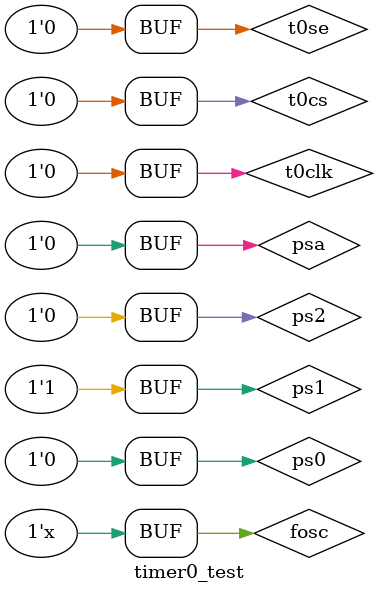
<source format=v>
`timescale 1ns / 1ps


module timer0_test;

	// Inputs
	reg ps2;
	reg ps1;
	reg ps0;
	reg psa;
	reg t0cs;
	reg t0se;
	reg t0clk;
	reg fosc;

	// Outputs
	wire [7:0] tmr0;
	wire overflow;

	// Instantiate the Unit Under Test (UUT)
	timer0 uut (
		.ps2(ps2), 
		.ps1(ps1), 
		.ps0(ps0), 
		.psa(psa), 
		.t0cs(t0cs), 
		.t0se(t0se), 
		.t0clk(t0clk), 
		.fosc(fosc), 
		.tmr0(tmr0), 
		.overflow(overflow)
	);

	initial begin
		// Initialize Inputs
		ps2 = 0;
		ps1 = 1;
		ps0 = 0;
		psa = 0;
		t0cs = 0;
		t0se = 0;
		t0clk = 0;
		fosc = 0;
	end
	always #25 fosc=~fosc;
      
endmodule


</source>
